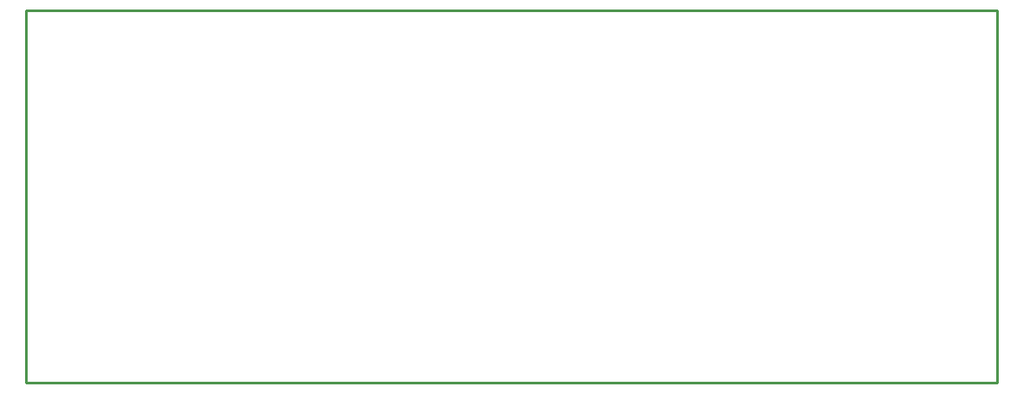
<source format=gko>
G04*
G04 #@! TF.GenerationSoftware,Altium Limited,Altium Designer,22.5.1 (42)*
G04*
G04 Layer_Color=16711935*
%FSLAX44Y44*%
%MOMM*%
G71*
G04*
G04 #@! TF.SameCoordinates,6AFA5DE7-E917-4A20-8E33-DC7232792B34*
G04*
G04*
G04 #@! TF.FilePolarity,Positive*
G04*
G01*
G75*
%ADD14C,0.2540*%
D14*
X477520Y568960D02*
Y933450D01*
X1428750D01*
Y568960D02*
Y933450D01*
X477520Y568960D02*
X1428750D01*
M02*

</source>
